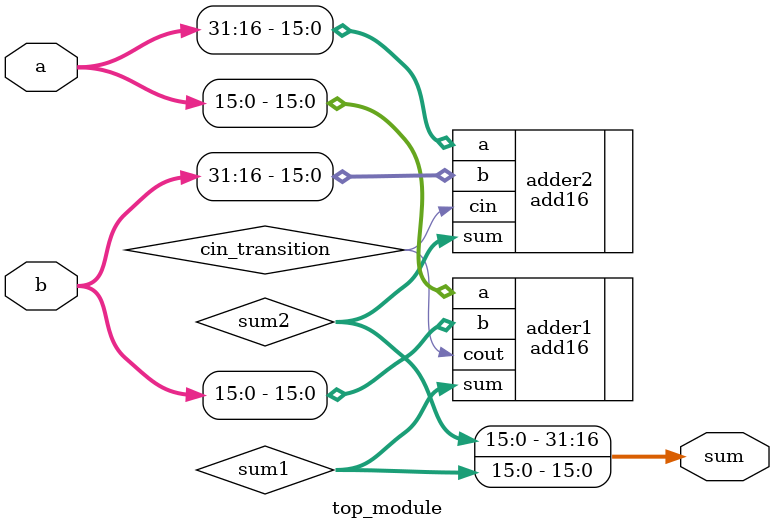
<source format=v>
module top_module(
    input [31:0] a,
    input [31:0] b,
    output [31:0] sum
);
    wire [15:0]sum1; 
    wire [15:0]sum2;
    wire cin_transition;
    add16 adder1(.a(a[15:0]), .b(b[15:0]), .sum(sum1), .cout(cin_transition));
    add16 adder2(.a(a[31:16]), .b(b[31:16]), .sum(sum2), .cin(cin_transition));
    assign sum = {sum2, sum1}; 
    
endmodule

</source>
